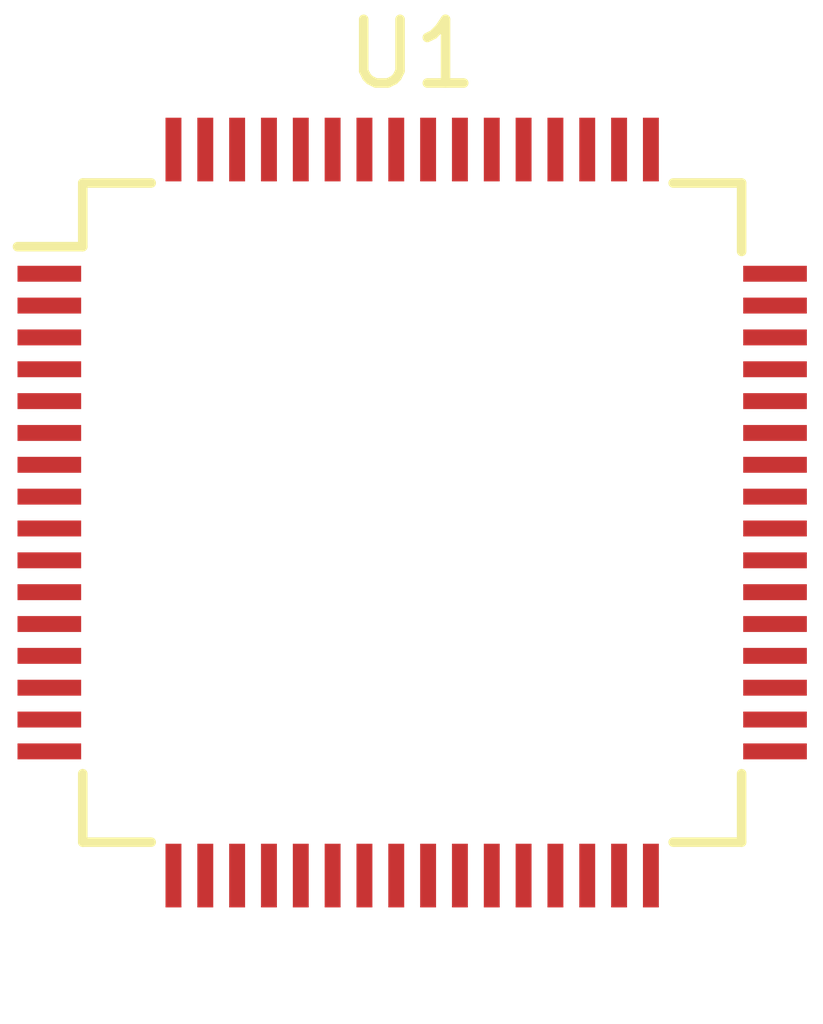
<source format=kicad_pcb>
(kicad_pcb (version 20171130) (host pcbnew "(5.1.6-0-10_14)")

  (general
    (thickness 1.6)
    (drawings 0)
    (tracks 0)
    (zones 0)
    (modules 1)
    (nets 1)
  )

  (page A4)
  (layers
    (0 F.Cu signal)
    (31 B.Cu signal)
    (32 B.Adhes user)
    (33 F.Adhes user)
    (34 B.Paste user)
    (35 F.Paste user)
    (36 B.SilkS user)
    (37 F.SilkS user)
    (38 B.Mask user)
    (39 F.Mask user)
    (40 Dwgs.User user)
    (41 Cmts.User user)
    (42 Eco1.User user)
    (43 Eco2.User user)
    (44 Edge.Cuts user)
    (45 Margin user)
    (46 B.CrtYd user)
    (47 F.CrtYd user)
    (48 B.Fab user)
    (49 F.Fab user)
  )

  (setup
    (last_trace_width 0.25)
    (trace_clearance 0.2)
    (zone_clearance 0.508)
    (zone_45_only no)
    (trace_min 0.2)
    (via_size 0.8)
    (via_drill 0.4)
    (via_min_size 0.4)
    (via_min_drill 0.3)
    (uvia_size 0.3)
    (uvia_drill 0.1)
    (uvias_allowed no)
    (uvia_min_size 0.2)
    (uvia_min_drill 0.1)
    (edge_width 0.1)
    (segment_width 0.2)
    (pcb_text_width 0.3)
    (pcb_text_size 1.5 1.5)
    (mod_edge_width 0.15)
    (mod_text_size 1 1)
    (mod_text_width 0.15)
    (pad_size 1.524 1.524)
    (pad_drill 0.762)
    (pad_to_mask_clearance 0)
    (aux_axis_origin 0 0)
    (visible_elements FFFFFF7F)
    (pcbplotparams
      (layerselection 0x010fc_ffffffff)
      (usegerberextensions true)
      (usegerberattributes true)
      (usegerberadvancedattributes true)
      (creategerberjobfile true)
      (excludeedgelayer true)
      (linewidth 0.100000)
      (plotframeref false)
      (viasonmask false)
      (mode 1)
      (useauxorigin false)
      (hpglpennumber 1)
      (hpglpenspeed 20)
      (hpglpendiameter 15.000000)
      (psnegative false)
      (psa4output false)
      (plotreference true)
      (plotvalue true)
      (plotinvisibletext false)
      (padsonsilk false)
      (subtractmaskfromsilk false)
      (outputformat 1)
      (mirror false)
      (drillshape 0)
      (scaleselection 1)
      (outputdirectory ""))
  )

  (net 0 "")

  (net_class Default "This is the default net class."
    (clearance 0.2)
    (trace_width 0.25)
    (via_dia 0.8)
    (via_drill 0.4)
    (uvia_dia 0.3)
    (uvia_drill 0.1)
  )

  (module Housings_QFP:LQFP-64_10x10mm_Pitch0.5mm (layer F.Cu) (tedit 58CC9A47) (tstamp 6169F1F9)
    (at 183.513001 64.77)
    (descr "64 LEAD LQFP 10x10mm (see MICREL LQFP10x10-64LD-PL-1.pdf)")
    (tags "QFP 0.5")
    (path /616BCBA4)
    (attr smd)
    (fp_text reference U1 (at 0 -7.2) (layer F.SilkS)
      (effects (font (size 1 1) (thickness 0.15)))
    )
    (fp_text value STM32F058R8Tx (at 0 7.2) (layer F.Fab)
      (effects (font (size 1 1) (thickness 0.15)))
    )
    (fp_text user %R (at 0 0) (layer F.Fab)
      (effects (font (size 1 1) (thickness 0.15)))
    )
    (fp_line (start -4 -5) (end 5 -5) (layer F.Fab) (width 0.15))
    (fp_line (start 5 -5) (end 5 5) (layer F.Fab) (width 0.15))
    (fp_line (start 5 5) (end -5 5) (layer F.Fab) (width 0.15))
    (fp_line (start -5 5) (end -5 -4) (layer F.Fab) (width 0.15))
    (fp_line (start -5 -4) (end -4 -5) (layer F.Fab) (width 0.15))
    (fp_line (start -6.45 -6.45) (end -6.45 6.45) (layer F.CrtYd) (width 0.05))
    (fp_line (start 6.45 -6.45) (end 6.45 6.45) (layer F.CrtYd) (width 0.05))
    (fp_line (start -6.45 -6.45) (end 6.45 -6.45) (layer F.CrtYd) (width 0.05))
    (fp_line (start -6.45 6.45) (end 6.45 6.45) (layer F.CrtYd) (width 0.05))
    (fp_line (start -5.175 -5.175) (end -5.175 -4.175) (layer F.SilkS) (width 0.15))
    (fp_line (start 5.175 -5.175) (end 5.175 -4.1) (layer F.SilkS) (width 0.15))
    (fp_line (start 5.175 5.175) (end 5.175 4.1) (layer F.SilkS) (width 0.15))
    (fp_line (start -5.175 5.175) (end -5.175 4.1) (layer F.SilkS) (width 0.15))
    (fp_line (start -5.175 -5.175) (end -4.1 -5.175) (layer F.SilkS) (width 0.15))
    (fp_line (start -5.175 5.175) (end -4.1 5.175) (layer F.SilkS) (width 0.15))
    (fp_line (start 5.175 5.175) (end 4.1 5.175) (layer F.SilkS) (width 0.15))
    (fp_line (start 5.175 -5.175) (end 4.1 -5.175) (layer F.SilkS) (width 0.15))
    (fp_line (start -5.175 -4.175) (end -6.2 -4.175) (layer F.SilkS) (width 0.15))
    (pad 64 smd rect (at -3.75 -5.7 90) (size 1 0.25) (layers F.Cu F.Paste F.Mask))
    (pad 63 smd rect (at -3.25 -5.7 90) (size 1 0.25) (layers F.Cu F.Paste F.Mask))
    (pad 62 smd rect (at -2.75 -5.7 90) (size 1 0.25) (layers F.Cu F.Paste F.Mask))
    (pad 61 smd rect (at -2.25 -5.7 90) (size 1 0.25) (layers F.Cu F.Paste F.Mask))
    (pad 60 smd rect (at -1.75 -5.7 90) (size 1 0.25) (layers F.Cu F.Paste F.Mask))
    (pad 59 smd rect (at -1.25 -5.7 90) (size 1 0.25) (layers F.Cu F.Paste F.Mask))
    (pad 58 smd rect (at -0.75 -5.7 90) (size 1 0.25) (layers F.Cu F.Paste F.Mask))
    (pad 57 smd rect (at -0.25 -5.7 90) (size 1 0.25) (layers F.Cu F.Paste F.Mask))
    (pad 56 smd rect (at 0.25 -5.7 90) (size 1 0.25) (layers F.Cu F.Paste F.Mask))
    (pad 55 smd rect (at 0.75 -5.7 90) (size 1 0.25) (layers F.Cu F.Paste F.Mask))
    (pad 54 smd rect (at 1.25 -5.7 90) (size 1 0.25) (layers F.Cu F.Paste F.Mask))
    (pad 53 smd rect (at 1.75 -5.7 90) (size 1 0.25) (layers F.Cu F.Paste F.Mask))
    (pad 52 smd rect (at 2.25 -5.7 90) (size 1 0.25) (layers F.Cu F.Paste F.Mask))
    (pad 51 smd rect (at 2.75 -5.7 90) (size 1 0.25) (layers F.Cu F.Paste F.Mask))
    (pad 50 smd rect (at 3.25 -5.7 90) (size 1 0.25) (layers F.Cu F.Paste F.Mask))
    (pad 49 smd rect (at 3.75 -5.7 90) (size 1 0.25) (layers F.Cu F.Paste F.Mask))
    (pad 48 smd rect (at 5.7 -3.75) (size 1 0.25) (layers F.Cu F.Paste F.Mask))
    (pad 47 smd rect (at 5.7 -3.25) (size 1 0.25) (layers F.Cu F.Paste F.Mask))
    (pad 46 smd rect (at 5.7 -2.75) (size 1 0.25) (layers F.Cu F.Paste F.Mask))
    (pad 45 smd rect (at 5.7 -2.25) (size 1 0.25) (layers F.Cu F.Paste F.Mask))
    (pad 44 smd rect (at 5.7 -1.75) (size 1 0.25) (layers F.Cu F.Paste F.Mask))
    (pad 43 smd rect (at 5.7 -1.25) (size 1 0.25) (layers F.Cu F.Paste F.Mask))
    (pad 42 smd rect (at 5.7 -0.75) (size 1 0.25) (layers F.Cu F.Paste F.Mask))
    (pad 41 smd rect (at 5.7 -0.25) (size 1 0.25) (layers F.Cu F.Paste F.Mask))
    (pad 40 smd rect (at 5.7 0.25) (size 1 0.25) (layers F.Cu F.Paste F.Mask))
    (pad 39 smd rect (at 5.7 0.75) (size 1 0.25) (layers F.Cu F.Paste F.Mask))
    (pad 38 smd rect (at 5.7 1.25) (size 1 0.25) (layers F.Cu F.Paste F.Mask))
    (pad 37 smd rect (at 5.7 1.75) (size 1 0.25) (layers F.Cu F.Paste F.Mask))
    (pad 36 smd rect (at 5.7 2.25) (size 1 0.25) (layers F.Cu F.Paste F.Mask))
    (pad 35 smd rect (at 5.7 2.75) (size 1 0.25) (layers F.Cu F.Paste F.Mask))
    (pad 34 smd rect (at 5.7 3.25) (size 1 0.25) (layers F.Cu F.Paste F.Mask))
    (pad 33 smd rect (at 5.7 3.75) (size 1 0.25) (layers F.Cu F.Paste F.Mask))
    (pad 32 smd rect (at 3.75 5.7 90) (size 1 0.25) (layers F.Cu F.Paste F.Mask))
    (pad 31 smd rect (at 3.25 5.7 90) (size 1 0.25) (layers F.Cu F.Paste F.Mask))
    (pad 30 smd rect (at 2.75 5.7 90) (size 1 0.25) (layers F.Cu F.Paste F.Mask))
    (pad 29 smd rect (at 2.25 5.7 90) (size 1 0.25) (layers F.Cu F.Paste F.Mask))
    (pad 28 smd rect (at 1.75 5.7 90) (size 1 0.25) (layers F.Cu F.Paste F.Mask))
    (pad 27 smd rect (at 1.25 5.7 90) (size 1 0.25) (layers F.Cu F.Paste F.Mask))
    (pad 26 smd rect (at 0.75 5.7 90) (size 1 0.25) (layers F.Cu F.Paste F.Mask))
    (pad 25 smd rect (at 0.25 5.7 90) (size 1 0.25) (layers F.Cu F.Paste F.Mask))
    (pad 24 smd rect (at -0.25 5.7 90) (size 1 0.25) (layers F.Cu F.Paste F.Mask))
    (pad 23 smd rect (at -0.75 5.7 90) (size 1 0.25) (layers F.Cu F.Paste F.Mask))
    (pad 22 smd rect (at -1.25 5.7 90) (size 1 0.25) (layers F.Cu F.Paste F.Mask))
    (pad 21 smd rect (at -1.75 5.7 90) (size 1 0.25) (layers F.Cu F.Paste F.Mask))
    (pad 20 smd rect (at -2.25 5.7 90) (size 1 0.25) (layers F.Cu F.Paste F.Mask))
    (pad 19 smd rect (at -2.75 5.7 90) (size 1 0.25) (layers F.Cu F.Paste F.Mask))
    (pad 18 smd rect (at -3.25 5.7 90) (size 1 0.25) (layers F.Cu F.Paste F.Mask))
    (pad 17 smd rect (at -3.75 5.7 90) (size 1 0.25) (layers F.Cu F.Paste F.Mask))
    (pad 16 smd rect (at -5.7 3.75) (size 1 0.25) (layers F.Cu F.Paste F.Mask))
    (pad 15 smd rect (at -5.7 3.25) (size 1 0.25) (layers F.Cu F.Paste F.Mask))
    (pad 14 smd rect (at -5.7 2.75) (size 1 0.25) (layers F.Cu F.Paste F.Mask))
    (pad 13 smd rect (at -5.7 2.25) (size 1 0.25) (layers F.Cu F.Paste F.Mask))
    (pad 12 smd rect (at -5.7 1.75) (size 1 0.25) (layers F.Cu F.Paste F.Mask))
    (pad 11 smd rect (at -5.7 1.25) (size 1 0.25) (layers F.Cu F.Paste F.Mask))
    (pad 10 smd rect (at -5.7 0.75) (size 1 0.25) (layers F.Cu F.Paste F.Mask))
    (pad 9 smd rect (at -5.7 0.25) (size 1 0.25) (layers F.Cu F.Paste F.Mask))
    (pad 8 smd rect (at -5.7 -0.25) (size 1 0.25) (layers F.Cu F.Paste F.Mask))
    (pad 7 smd rect (at -5.7 -0.75) (size 1 0.25) (layers F.Cu F.Paste F.Mask))
    (pad 6 smd rect (at -5.7 -1.25) (size 1 0.25) (layers F.Cu F.Paste F.Mask))
    (pad 5 smd rect (at -5.7 -1.75) (size 1 0.25) (layers F.Cu F.Paste F.Mask))
    (pad 4 smd rect (at -5.7 -2.25) (size 1 0.25) (layers F.Cu F.Paste F.Mask))
    (pad 3 smd rect (at -5.7 -2.75) (size 1 0.25) (layers F.Cu F.Paste F.Mask))
    (pad 2 smd rect (at -5.7 -3.25) (size 1 0.25) (layers F.Cu F.Paste F.Mask))
    (pad 1 smd rect (at -5.7 -3.75) (size 1 0.25) (layers F.Cu F.Paste F.Mask))
    (model ${KISYS3DMOD}/Housings_QFP.3dshapes/LQFP-64_10x10mm_Pitch0.5mm.wrl
      (at (xyz 0 0 0))
      (scale (xyz 1 1 1))
      (rotate (xyz 0 0 0))
    )
  )

)

</source>
